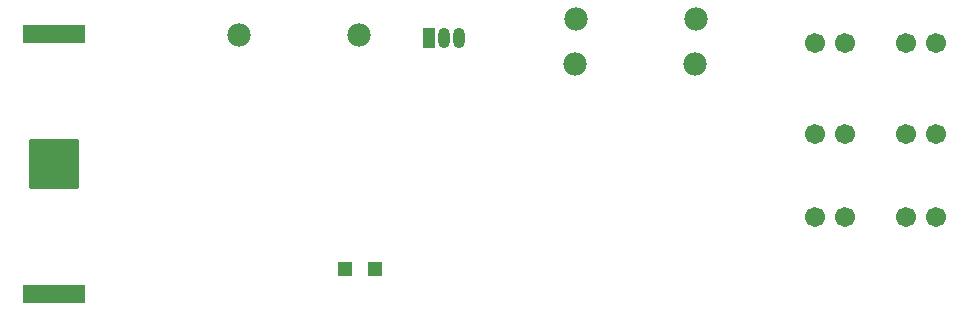
<source format=gbs>
G04 Layer: BottomSolderMaskLayer*
G04 EasyEDA v6.5.50, 2025-05-10 15:04:30*
G04 589a746eefd949a0af088bb8152ad38e,9a905054fedc498b9ef7db2e0bce7d6d,10*
G04 Gerber Generator version 0.2*
G04 Scale: 100 percent, Rotated: No, Reflected: No *
G04 Dimensions in millimeters *
G04 leading zeros omitted , absolute positions ,4 integer and 5 decimal *
%FSLAX45Y45*%
%MOMM*%

%AMMACRO1*4,1,8,-0.4712,-0.8509,-0.5009,-0.8209,-0.5009,0.8212,-0.4712,0.8509,0.4709,0.8509,0.5009,0.8212,0.5009,-0.8209,0.4709,-0.8509,-0.4712,-0.8509,0*%
%AMMACRO2*4,1,8,-0.5386,-0.5671,-0.5683,-0.5371,-0.5683,0.5373,-0.5386,0.5671,0.5384,0.5671,0.5683,0.5373,0.5683,-0.5371,0.5384,-0.5671,-0.5386,-0.5671,0*%
%AMMACRO3*4,1,8,-2.0222,-2.0817,-2.0817,-2.022,-2.0817,2.0222,-2.0222,2.0817,2.022,2.0817,2.0817,2.0222,2.0817,-2.022,2.022,-2.0817,-2.0222,-2.0817,0*%
%AMMACRO4*4,1,28,-2.54,-0.7366,-2.5664,-0.733,-2.5908,-0.7229,-2.6119,-0.7069,-2.6279,-0.6858,-2.638,-0.6614,-2.6416,-0.635,-2.6416,0.635,-2.638,0.6614,-2.6279,0.6858,-2.6119,0.7069,-2.5908,0.7229,-2.5664,0.733,-2.54,0.7366,2.54,0.7366,2.5664,0.733,2.5908,0.7229,2.6119,0.7069,2.6279,0.6858,2.638,0.6614,2.6416,0.635,2.6416,-0.635,2.638,-0.6614,2.6279,-0.6858,2.6119,-0.7069,2.5908,-0.7229,2.5664,-0.733,2.54,-0.7366,-2.54,-0.7366,0*%
%ADD10C,1.9812*%
%ADD11O,1.0015981999999999X1.7015968*%
%ADD12MACRO1*%
%ADD13MACRO2*%
%ADD14MACRO3*%
%ADD15MACRO4*%
%ADD16C,1.7016*%
%ADD17C,0.0138*%

%LPD*%
D10*
G01*
X6972300Y9131300D03*
G01*
X5956300Y9131300D03*
G01*
X4127500Y9372600D03*
G01*
X3111500Y9372600D03*
D11*
G01*
X4978400Y9347200D03*
G01*
X4851400Y9347200D03*
D12*
G01*
X4724400Y9347200D03*
D13*
G01*
X4013212Y7391412D03*
G01*
X4267212Y7391412D03*
D10*
G01*
X6985000Y9512300D03*
G01*
X5969000Y9512300D03*
D14*
G01*
X1548879Y8280387D03*
D15*
G01*
X1548866Y7181926D03*
G01*
X1548866Y9378899D03*
D16*
G01*
X8763000Y9309100D03*
G01*
X9017000Y9309100D03*
G01*
X7988300Y8534400D03*
G01*
X8242300Y8534400D03*
G01*
X8763000Y8534400D03*
G01*
X9017000Y8534400D03*
G01*
X8763000Y7835900D03*
G01*
X9017000Y7835900D03*
G01*
X7988300Y7835900D03*
G01*
X8242300Y7835900D03*
G01*
X7988300Y9309100D03*
G01*
X8242300Y9309100D03*
M02*

</source>
